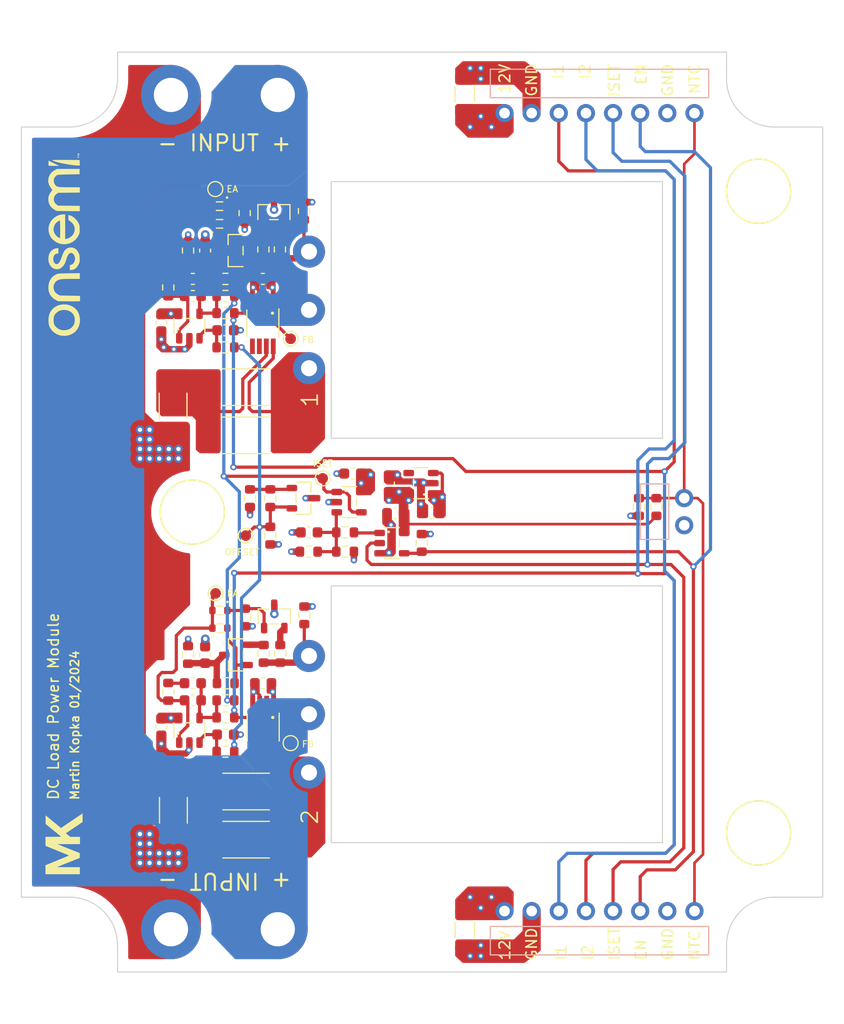
<source format=kicad_pcb>
(kicad_pcb (version 20211014) (generator pcbnew)
  (layers (0 "F.Cu" signal) (1 "In1.Cu" signal) (2 "In2.Cu" signal) (31 "B.Cu" signal) (34 "B.Paste" user) (35 "F.Paste" user) (36 "B.SilkS" user "B.Silkscreen") (37 "F.SilkS" user "F.Silkscreen") (38 "B.Mask" user) (39 "F.Mask" user) (44 "Edge.Cuts" user))
  (net 0 "")
  (net 1 "/2. Current Sink 1/EA+")
  (net 2 "/ISET_FILT")
  (net 3 "/2. Current Sink 1/EA_FB")
  (net 4 "/2. Current Sink 1/EA_OUT")
  (net 5 "+5V")
  (net 6 "+12V")
  (net 7 "/2. Current Sink 1/DRV_VCC")
  (net 8 "Net-(C204-Pad2)")
  (net 9 "/3. Current Sink 2/EA+")
  (net 10 "/3. Current Sink 2/EA_FB")
  (net 11 "/3. Current Sink 2/EA_OUT")
  (net 12 "Net-(C304-Pad2)")
  (net 13 "/2. Current Sink 1/SOURCE-F")
  (net 14 "Net-(D200-Pad2)")
  (net 15 "/3. Current Sink 2/SOURCE-F")
  (net 16 "Net-(R101-Pad2)")
  (net 17 "/2. Current Sink 1/GATE")
  (net 18 "/3. Current Sink 2/DRV_VCC")
  (net 19 "IN+")
  (net 20 "EA_OFFSET")
  (net 21 "Net-(R104-Pad1)")
  (net 22 "Net-(D201-Pad1)")
  (net 23 "/EN")
  (net 25 "/NTC")
  (net 26 "Net-(D300-Pad2)")
  (net 27 "Net-(D301-Pad1)")
  (net 28 "/3. Current Sink 2/GATE")
  (net 29 "/3. Current Sink 2/SOURCE")
  (net 34 "/2. Current Sink 1/DRV_OUT_U")
  (net 35 "/ISET")
  (net 36 "/ISEN2")
  (net 37 "/ISEN1")
  (net 38 "/2. Current Sink 1/DRV_OUT_L")
  (net 39 "/ISET_BUF")
  (net 40 "/2. Current Sink 1/SOURCE")
  (net 41 "GND")
  (net 42 "/3. Current Sink 2/DRV_OUT_U")
  (net 43 "/3. Current Sink 2/DRV_OUT_L")
  (footprint "w-transistor:TO264" (layer "F.Cu") (at 126.92 81.55 90)
    (fp_text reference "Q200" hide)
    (fp_text value "IXTK200N10L2" hide)
  )
  (footprint "w-ic:SOT-23-5L" (layer "F.Cu") (at 115.725 77.6 90)
    (fp_text reference "U200" hide)
    (fp_text value "NCS20231" hide)
  )
  (footprint "Resistor_SMD:R_0603_1608Metric" (layer "F.Cu") (at 123.3 97.2 -90)
    (fp_text reference "R100" hide)
    (fp_text value "16k" hide)
  )
  (footprint "Resistor_SMD:R_0603_1608Metric" (layer "F.Cu") (at 119.1 112.6)
    (fp_text reference "R306" hide)
    (fp_text value "10k" hide)
  )
  (footprint "Resistor_SMD:R_0603_1608Metric" (layer "F.Cu") (at 126.48 104.65 -90)
    (fp_text reference "R302" hide)
    (fp_text value "100k" hide)
  )
  (footprint "Resistor_SMD:R_0603_1608Metric" (layer "F.Cu") (at 113.75 111.8 -90)
    (fp_text reference "R308" hide)
    (fp_text value "1k" hide)
  )
  (footprint "Resistor_SMD:R_0603_1608Metric" (layer "F.Cu") (at 126.9 98.7)
    (fp_text reference "R105" hide)
    (fp_text value "130k" hide)
  )
  (footprint "Resistor_SMD:R_0603_1608Metric" (layer "F.Cu") (at 124.2 70.45 -90)
    (fp_text reference "R201" hide)
    (fp_text value "4R7" hide)
  )
  (footprint "TestPoint:TestPoint_Pad_D1.0mm" (layer "F.Cu") (at 121 97.2)
    (fp_text reference "TP100" hide)
    (fp_text value "TestPoint" hide)
  )
  (footprint "Resistor_SMD:R_0603_1608Metric" (layer "F.Cu") (at 130.3 98.7)
    (fp_text reference "R106" hide)
    (fp_text value "100k" hide)
  )
  (footprint "Resistor_SMD:R_0603_1608Metric" (layer "F.Cu") (at 122.65 70.45 -90)
    (fp_text reference "R200" hide)
    (fp_text value "4R7" hide)
  )
  (footprint "w-ic:VSSOP-8_3x3mm_P0.65mm" (layer "F.Cu") (at 122.6 77.3 -90)
    (fp_text reference "U201" hide)
    (fp_text value "INA310A2" hide)
  )
  (footprint "Resistor_SMD:R_0603_1608Metric" (layer "F.Cu") (at 120.93 104.85 90)
    (fp_text reference "R311" hide)
    (fp_text value "1k" hide)
  )
  (footprint "TestPoint:TestPoint_Pad_D1.0mm" (layer "F.Cu") (at 118.18 102.6)
    (fp_text reference "TP301" hide)
    (fp_text value "TestPoint" hide)
  )
  (footprint "Capacitor_SMD:C_0603_1608Metric" (layer "F.Cu") (at 138.4 95.1)
    (fp_text reference "C102" hide)
    (fp_text value "1u" hide)
  )
  (footprint "TestPoint:TestPoint_Pad_D1.0mm" (layer "F.Cu") (at 125.2 116.6)
    (fp_text reference "TP300" hide)
    (fp_text value "TestPoint" hide)
  )
  (footprint "Resistor_SMD:R_0603_1608Metric" (layer "F.Cu") (at 119.1 73.2 180)
    (fp_text reference "R210" hide)
    (fp_text value "2k2" hide)
  )
  (footprint "Capacitor_SMD:C_0603_1608Metric" (layer "F.Cu") (at 117.2 108.35 -90)
    (fp_text reference "C305" hide)
    (fp_text value "1u" hide)
  )
  (footprint "Resistor_SMD:R_0603_1608Metric" (layer "F.Cu") (at 126.45 66.85 -90)
    (fp_text reference "R202" hide)
    (fp_text value "100k" hide)
  )
  (footprint "w-diode:SOD-523" (layer "F.Cu") (at 118.58 105.85)
    (fp_text reference "D300" hide)
    (fp_text value "1N4448WT" hide)
  )
  (footprint "Resistor_SMD:R_0603_1608Metric" (layer "F.Cu") (at 119.1 114.2 180)
    (fp_text reference "R305" hide)
    (fp_text value "10k" hide)
  )
  (footprint "Capacitor_SMD:C_0603_1608Metric" (layer "F.Cu") (at 116.05 74.8 180)
    (fp_text reference "C203" hide)
    (fp_text value "820p" hide)
  )
  (footprint "w-ic:SOT-23" (layer "F.Cu") (at 123.6675 104.75625 90)
    (fp_text reference "Q302" hide)
    (fp_text value "NSS20200LT1G" hide)
  )
  (footprint "Capacitor_SMD:C_0603_1608Metric" (layer "F.Cu") (at 119.1 115.8 180)
    (fp_text reference "C302" hide)
    (fp_text value "100n" hide)
  )
  (footprint "Resistor_SMD:R_2512_6332Metric" (layer "F.Cu") (at 121.03 125.625 180)
    (fp_text reference "R304" hide)
    (fp_text value "0R018" hide)
  )
  (footprint "Capacitor_SMD:C_1206_3216Metric" (layer "F.Cu") (at 141.5 55.95 -90)
    (fp_text reference "C100" hide)
    (fp_text value "10u" hide)
  )
  (footprint "Capacitor_SMD:C_0603_1608Metric" (layer "F.Cu") (at 126.94 96.9)
    (fp_text reference "C105" hide)
    (fp_text value "4n7" hide)
  )
  (footprint "Resistor_SMD:R_0603_1608Metric" (layer "F.Cu") (at 120.9 67.05 90)
    (fp_text reference "R211" hide)
    (fp_text value "1k" hide)
  )
  (footprint "Capacitor_SMD:C_0603_1608Metric" (layer "F.Cu") (at 116.05 111 180)
    (fp_text reference "C304" hide)
    (fp_text value "100p" hide)
  )
  (footprint "w-ic:VSSOP-8_3x3mm_P0.65mm" (layer "F.Cu") (at 122.63 115.1 -90)
    (fp_text reference "U301" hide)
    (fp_text value "INA310A2" hide)
  )
  (footprint "Capacitor_SMD:C_0603_1608Metric" (layer "F.Cu") (at 134.4 92.325 -90)
    (fp_text reference "C103" hide)
    (fp_text value "1u" hide)
  )
  (footprint "Resistor_SMD:R_0603_1608Metric" (layer "F.Cu") (at 119.1 117.4)
    (fp_text reference "R307" hide)
    (fp_text value "10k" hide)
  )
  (footprint "Capacitor_SMD:C_0603_1608Metric" (layer "F.Cu") (at 116.05 73.2 180)
    (fp_text reference "C204" hide)
    (fp_text value "100p" hide)
  )
  (footprint "Capacitor_SMD:C_0603_1608Metric" (layer "F.Cu") (at 113.1 115.1 90)
    (fp_text reference "C300" hide)
    (fp_text value "100n" hide)
  )
  (footprint "TestPoint:TestPoint_Pad_D1.0mm" (layer "F.Cu") (at 125.2 78.8)
    (fp_text reference "TP200" hide)
    (fp_text value "TestPoint" hide)
  )
  (footprint "Resistor_SMD:R_0603_1608Metric" (layer "F.Cu") (at 119.1 76.4 180)
    (fp_text reference "R205" hide)
    (fp_text value "10k" hide)
  )
  (footprint "Capacitor_SMD:C_0603_1608Metric" (layer "F.Cu") (at 122.63 111)
    (fp_text reference "C301" hide)
    (fp_text value "100n" hide)
  )
  (footprint "w-ic:SOT-23-5L" (layer "F.Cu") (at 115.725 115.4 90)
    (fp_text reference "U300" hide)
    (fp_text value "NCS20231" hide)
  )
  (footprint "w-ic:SOT-23-5L" (layer "F.Cu") (at 130.67 94.07)
    (fp_text reference "U103" hide)
    (fp_text value "NCS20231" hide)
  )
  (footprint "MountingHole:MountingHole_3.2mm_M3_DIN965_Pad" (layer "F.Cu") (at 124 134)
    (fp_text reference "H105" hide)
    (fp_text value "MountingHole_Pad" hide)
  )
  (footprint "Resistor_SMD:R_0603_1608Metric" (layer "F.Cu") (at 159.4375 94.525 90)
    (fp_text reference "R107" hide)
    (fp_text value "2k2" hide)
  )
  (footprint "Capacitor_SMD:C_0603_1608Metric" (layer "F.Cu") (at 135 95.1)
    (fp_text reference "C104" hide)
    (fp_text value "100n" hide)
  )
  (footprint "Resistor_SMD:R_0603_1608Metric" (layer "F.Cu") (at 123.3 93.7 90)
    (fp_text reference "R101" hide)
    (fp_text value "15k" hide)
  )
  (footprint "Capacitor_SMD:C_0603_1608Metric" (layer "F.Cu") (at 131 91.4)
    (fp_text reference "C106" hide)
    (fp_text value "100n" hide)
  )
  (footprint "Resistor_SMD:R_0603_1608Metric" (layer "F.Cu") (at 119.13 111 180)
    (fp_text reference "R310" hide)
    (fp_text value "2k2" hide)
  )
  (footprint "MountingHole:MountingHole_3.2mm_M3_DIN965_Pad" (layer "F.Cu") (at 114 134)
    (fp_text reference "H106" hide)
    (fp_text value "MountingHole_Pad" hide)
  )
  (footprint "w-diode:SOD-523" (layer "F.Cu") (at 118.55 66.3975 180)
    (fp_text reference "D201" hide)
    (fp_text value "1N4448WT" hide)
  )
  (footprint "LOGO" (layer "F.Cu") (at 104 126 90)
    (fp_text reference "G***" hide)
    (fp_text value "LOGO" hide)
  )
  (footprint "MountingHole:MountingHole_3.2mm_M3" (layer "F.Cu") (at 169 125)
    (fp_text reference "H100" hide)
    (fp_text value "M3" hide)
  )
  (footprint "w-ic:SOT-23-5L" (layer "F.Cu") (at 134.68 97.9)
    (fp_text reference "U102" hide)
    (fp_text value "TMUX1101" hide)
  )
  (footprint "w-fuse:2410" (layer "F.Cu") (at 114.23 122.88 -90)
    (fp_text reference "F300" hide)
    (fp_text value "15A" hide)
  )
  (footprint "w-ic:SOT-23" (layer "F.Cu") (at 120.05 70.55 180)
    (fp_text reference "Q201" hide)
    (fp_text value "NSS30101LT1G" hide)
  )
  (footprint "Capacitor_SMD:C_0603_1608Metric" (layer "F.Cu") (at 113.1 77.3 90)
    (fp_text reference "C200" hide)
    (fp_text value "100n" hide)
  )
  (footprint "Resistor_SMD:R_0603_1608Metric" (layer "F.Cu") (at 115.6 70.55 90)
    (fp_text reference "R209" hide)
    (fp_text value "10R" hide)
  )
  (footprint "MountingHole:MountingHole_3.2mm_M3" (layer "F.Cu") (at 116 95)
    (fp_text reference "H102" hide)
    (fp_text value "M3" hide)
  )
  (footprint "Resistor_SMD:R_0603_1608Metric" (layer "F.Cu") (at 115.6 108.35 90)
    (fp_text reference "R309" hide)
    (fp_text value "10R" hide)
  )
  (footprint "Resistor_SMD:R_0603_1608Metric" (layer "F.Cu") (at 119.1 79.6)
    (fp_text reference "R207" hide)
    (fp_text value "10k" hide)
  )
  (footprint "TestPoint:TestPoint_Pad_D1.0mm" (layer "F.Cu") (at 128.2 91.85)
    (fp_text reference "TP101" hide)
    (fp_text value "TestPoint" hide)
  )
  (footprint "w-fuse:2410" (layer "F.Cu") (at 114.2 85.08 -90)
    (fp_text reference "F200" hide)
    (fp_text value "15A" hide)
  )
  (footprint "Capacitor_SMD:C_1206_3216Metric" (layer "F.Cu") (at 141.5 134.05 90)
    (fp_text reference "C101" hide)
    (fp_text value "10u" hide)
  )
  (footprint "Resistor_SMD:R_0603_1608Metric" (layer "F.Cu") (at 119.1 74.8)
    (fp_text reference "R206" hide)
    (fp_text value "10k" hide)
  )
  (footprint "Resistor_SMD:R_0603_1608Metric" (layer "F.Cu") (at 113.75 74 -90)
    (fp_text reference "R208" hide)
    (fp_text value "1k" hide)
  )
  (footprint "Capacitor_SMD:C_0603_1608Metric" (layer "F.Cu") (at 116.05 112.6 180)
    (fp_text reference "C303" hide)
    (fp_text value "820p" hide)
  )
  (footprint "Resistor_SMD:R_0603_1608Metric" (layer "F.Cu") (at 124.23 108.25 -90)
    (fp_text reference "R301" hide)
    (fp_text value "4R7" hide)
  )
  (footprint "Resistor_SMD:R_0603_1608Metric" (layer "F.Cu") (at 121.4 93.7 -90)
    (fp_text reference "R102" hide)
    (fp_text value "16k" hide)
  )
  (footprint "Capacitor_SMD:C_0603_1608Metric" (layer "F.Cu") (at 119.1 78 180)
    (fp_text reference "C202" hide)
    (fp_text value "100n" hide)
  )
  (footprint "MountingHole:MountingHole_3.2mm_M3_DIN965_Pad" (layer "F.Cu") (at 114 56)
    (fp_text reference "H104" hide)
    (fp_text value "MountingHole_Pad" hide)
  )
  (footprint "Resistor_SMD:R_2512_6332Metric" (layer "F.Cu") (at 121 87.825 180)
    (fp_text reference "R204" hide)
    (fp_text value "0R018" hide)
  )
  (footprint "w-ic:SOT-23" (layer "F.Cu") (at 120.08 108.35 180)
    (fp_text reference "Q301" hide)
    (fp_text value "NSS30101LT1G" hide)
  )
  (footprint "Resistor_SMD:R_0603_1608Metric" (layer "F.Cu") (at 122.68 108.25 -90)
    (fp_text reference "R300" hide)
    (fp_text value "4R7" hide)
  )
  (footprint "Capacitor_SMD:C_0603_1608Metric" (layer "F.Cu") (at 117.2 70.55 -90)
    (fp_text reference "C205" hide)
    (fp_text value "1u" hide)
  )
  (footprint "w-ic:SOT-23-5L" (layer "F.Cu") (at 137.4 92.3 180)
    (fp_text reference "U100" hide)
    (fp_text value "NCP718BSN500" hide)
  )
  (footprint "Resistor_SMD:R_2512_6332Metric" (layer "F.Cu") (at 121.03 121.125 180)
    (fp_text reference "R303" hide)
    (fp_text value "0R018" hide)
  )
  (footprint "w-diode:SOD-523" (layer "F.Cu") (at 118.58 104.1975 180)
    (fp_text reference "D301" hide)
    (fp_text value "1N4448WT" hide)
  )
  (footprint "Resistor_SMD:R_0603_1608Metric" (layer "F.Cu") (at 137.47 97.88 90)
    (fp_text reference "R103" hide)
    (fp_text value "10k" hide)
  )
  (footprint "Resistor_SMD:R_0603_1608Metric" (layer "F.Cu") (at 130.3 96.9 180)
    (fp_text reference "R104" hide)
    (fp_text value "10R" hide)
  )
  (footprint "Resistor_SMD:R_0603_1608Metric" (layer "F.Cu") (at 157.8 94.525 -90)
    (fp_text reference "R108" hide)
    (fp_text value "4k7" hide)
  )
  (footprint "w-transistor:TO264" (layer "F.Cu") (at 126.92 119.35 90)
    (fp_text reference "Q300" hide)
    (fp_text value "IXTK200N10L2" hide)
  )
  (footprint "w-ic:SOT-23" (layer "F.Cu") (at 126.4 93.7)
    (fp_text reference "U101" hide)
    (fp_text value "TLV431C" hide)
  )
  (footprint "w-ic:SOT-23" (layer "F.Cu") (at 123.6375 66.95625 90)
    (fp_text reference "Q202" hide)
    (fp_text value "NSS20200LT1G" hide)
  )
  (footprint "LOGO" (layer "F.Cu") (at 104 70 90)
    (fp_text reference "G***" hide)
    (fp_text value "LOGO" hide)
  )
  (footprint "Capacitor_SMD:C_0603_1608Metric" (layer "F.Cu") (at 122.6 73.2)
    (fp_text reference "C201" hide)
    (fp_text value "100n" hide)
  )
  (footprint "TestPoint:TestPoint_Pad_D1.0mm" (layer "F.Cu") (at 118.15 64.8)
    (fp_text reference "TP201" hide)
    (fp_text value "TestPoint" hide)
  )
  (footprint "Resistor_SMD:R_2512_6332Metric" (layer "F.Cu") (at 121 83.325 180)
    (fp_text reference "R203" hide)
    (fp_text value "0R018" hide)
  )
  (footprint "MountingHole:MountingHole_3.2mm_M3" (layer "F.Cu") (at 169 65)
    (fp_text reference "H101" hide)
    (fp_text value "M3" hide)
  )
  (footprint "w-diode:SOD-523" (layer "F.Cu") (at 118.55 68.05)
    (fp_text reference "D200" hide)
    (fp_text value "1N4448WT" hide)
  )
  (footprint "MountingHole:MountingHole_3.2mm_M3_DIN965_Pad" (layer "F.Cu") (at 124 56)
    (fp_text reference "H103" hide)
    (fp_text value "MountingHole_Pad" hide)
  )
  (footprint "Connector_PinHeader_2.54mm:PinHeader_1x02_P2.54mm_Horizontal" (layer "B.Cu") (at 162.0375 93.6925 180)
    (fp_text reference "J103" hide)
    (fp_text value "Conn_01x02_Male" hide)
  )
  (footprint "Connector_PinHeader_2.54mm:PinHeader_1x08_P2.54mm_Horizontal" (layer "B.Cu") (at 163 57.7 90)
    (fp_text reference "J100" hide)
    (fp_text value "Conn_01x08_Male" hide)
  )
  (footprint "Connector_PinHeader_2.54mm:PinHeader_1x08_P2.54mm_Horizontal" (layer "B.Cu") (at 145.22 132.3 -90)
    (fp_text reference "J101" hide)
    (fp_text value "Conn_01x08_Male" hide)
  )
  (gr_circle (center 169 125) (end 172 125) (layer "F.SilkS") (width 0.15) (fill none))
  (gr_circle (center 116 95) (end 119 95) (layer "F.SilkS") (width 0.15) (fill none))
  (gr_circle (center 169 65) (end 172 65) (layer "F.SilkS") (width 0.15) (fill none))
  (gr_line (start 160 125.9) (end 129 125.9) (layer "Edge.Cuts") (width 0.1))
  (gr_line (start 160 64.1) (end 129 64.1) (layer "Edge.Cuts") (width 0.1))
  (gr_arc (start 166 135.5) (mid 167.318019 132.318019) (end 170.5 131) (layer "Edge.Cuts") (width 0.1))
  (gr_line (start 100 59) (end 104.5 59) (layer "Edge.Cuts") (width 0.1))
  (gr_line (start 100 131) (end 100 59) (layer "Edge.Cuts") (width 0.1))
  (gr_line (start 166 138) (end 166 135.5) (layer "Edge.Cuts") (width 0.1))
  (gr_line (start 175 131) (end 170.5 131) (layer "Edge.Cuts") (width 0.1))
  (gr_line (start 175 59) (end 170.5 59) (layer "Edge.Cuts") (width 0.1))
  (gr_line (start 166 138) (end 109 138) (layer "Edge.Cuts") (width 0.1))
  (gr_line (start 100 131) (end 104.5 131) (layer "Edge.Cuts") (width 0.1))
  (gr_line (start 166 52) (end 166 54.5) (layer "Edge.Cuts") (width 0.1))
  (gr_line (start 160 101.9) (end 160 125.9) (layer "Edge.Cuts") (width 0.1))
  (gr_line (start 160 88.1) (end 160 64.1) (layer "Edge.Cuts") (width 0.1))
  (gr_line (start 109 52) (end 109 54.5) (layer "Edge.Cuts") (width 0.1))
  (gr_line (start 109 138) (end 109 135.5) (layer "Edge.Cuts") (width 0.1))
  (gr_arc (start 104.5 131) (mid 107.681981 132.318019) (end 109 135.5) (layer "Edge.Cuts") (width 0.1))
  (gr_arc (start 109 54.5) (mid 107.681981 57.681981) (end 104.5 59) (layer "Edge.Cuts") (width 0.1))
  (gr_line (start 129 64.1) (end 129 88.1) (layer "Edge.Cuts") (width 0.1))
  (gr_line (start 109 52) (end 166 52) (layer "Edge.Cuts") (width 0.1))
  (gr_line (start 175 59) (end 175 131) (layer "Edge.Cuts") (width 0.1))
  (gr_line (start 129 125.9) (end 129 101.9) (layer "Edge.Cuts") (width 0.1))
  (gr_line (start 129 101.9) (end 160 101.9) (layer "Edge.Cuts") (width 0.1))
  (gr_arc (start 170.5 59) (mid 167.318019 57.681981) (end 166 54.5) (layer "Edge.Cuts") (width 0.1))
  (gr_line (start 129 88.1) (end 160 88.1) (layer "Edge.Cuts") (width 0.1))
  (gr_text "GND" (at 160.5 53 90) (layer "F.SilkS") (effects (font (size 1 1)) (justify right)))
  (gr_text "GND" (at 147.75 137 90) (layer "F.SilkS") (effects (font (size 1 1)) (justify left)))
  (gr_text "I2" (at 153 137 90) (layer "F.SilkS") (effects (font (size 1 1)) (justify left)))
  (gr_text "ISET" (at 128.2 90.45) (layer "F.SilkS") (effects (font (size 0.6 0.6) (thickness 0.1))))
  (gr_text "ISET" (at 155.5 137 90) (layer "F.SilkS") (effects (font (size 1 1)) (justify left)))
  (gr_text "NTC" (at 163 137 90) (layer "F.SilkS") (effects (font (size 1 1)) (justify left)))
  (gr_text "EA" (at 119.18 102.6) (layer "F.SilkS") (effects (font (size 0.6 0.6) (thickness 0.1)) (justify left)))
  (gr_text "EN" (at 158 137 90) (layer "F.SilkS") (effects (font (size 1 1)) (justify left)))
  (gr_text "FB" (at 126.2 116.7) (layer "F.SilkS") (effects (font (size 0.6 0.6) (thickness 0.1)) (justify left)))
  (gr_text "1" (at 127 84.5 90) (layer "F.SilkS") (effects (font (size 1.5 1.5))))
  (gr_text "GND" (at 160.5 137 90) (layer "F.SilkS") (effects (font (size 1 1)) (justify left)))
  (gr_text "ISET" (at 155.5 53 90) (layer "F.SilkS") (effects (font (size 1 1)) (justify right)))
  (gr_text "I2" (at 152.75 53 90) (layer "F.SilkS") (effects (font (size 1 1)) (justify right)))
  (gr_text "I1" (at 150.25 53 90) (layer "F.SilkS") (effects (font (size 1 1)) (justify right)))
  (gr_text "NTC" (at 163 53 90) (layer "F.SilkS") (effects (font (size 1 1)) (justify right)))
  (gr_text "2" (at 127 123.5 90) (layer "F.SilkS") (effects (font (size 1.5 1.5))))
  (gr_text "12V" (at 145.25 137 90) (layer "F.SilkS") (effects (font (size 1 1)) (justify left)))
  (gr_text "- INPUT +" (at 119 60.5) (layer "F.SilkS") (effects (font (size 1.5 1.5) (thickness 0.2))))
  (gr_text "I1" (at 150.5 137 90) (layer "F.SilkS") (effects (font (size 1 1)) (justify left)))
  (gr_text "EN" (at 158 53 90) (layer "F.SilkS") (effects (font (size 1 1)) (justify right)))
  (gr_text "EA" (at 119.15 64.8) (layer "F.SilkS") (effects (font (size 0.6 0.6) (thickness 0.1)) (justify left)))
  (gr_text "OFFSET" (at 122.35 98.75) (layer "F.SilkS") (effects (font (size 0.6 0.6) (thickness 0.1)) (justify right)))
  (gr_text "12V" (at 145.25 53 90) (layer "F.SilkS") (effects (font (size 1 1)) (justify right)))
  (gr_text "FB" (at 126.2 78.9) (layer "F.SilkS") (effects (font (size 0.6 0.6) (thickness 0.1)) (justify left)))
  (gr_text "GND" (at 147.75 53 90) (layer "F.SilkS") (effects (font (size 1 1)) (justify right)))
  (gr_text "DC Load Power Module" (at 103 122 90) (layer "F.SilkS") (effects (font (size 1 1)) (justify left)))
  (gr_text "Martin Kopka 01/2024" (at 105 122 90) (layer "F.SilkS") (effects (font (size 0.8 0.8)) (justify left)))
  (gr_text "+ INPUT -\n" (at 119 129.5 180) (layer "F.SilkS") (effects (font (size 1.5 1.5) (thickness 0.2))))
  (segment (start 118.275 79.6) (end 118.275 78.05) (width 0.3) (layer "F.Cu") (net 1))
  (segment (start 118.275 78.05) (end 118.325 78) (width 0.3) (layer "F.Cu") (net 1))
  (segment (start 118.325 78) (end 117.2 78) (width 0.3) (layer "F.Cu") (net 1))
  (segment (start 117.2 78) (end 116.675 78.525) (width 0.3) (layer "F.Cu") (net 1))
  (segment (start 116.675 78.525) (end 116.675 78.75) (width 0.3) (layer "F.Cu") (net 1))
  (segment (start 129.475 98.7) (end 129.475 96.9) (width 0.3) (layer "F.Cu") (net 2))
  (segment (start 129.475 96.9) (end 129.475 95.065) (width 0.3) (layer "F.Cu") (net 2))
  (segment (start 127.715 98.7) (end 129.495 98.7) (width 0.3) (layer "F.Cu") (net 2))
  (segment (start 129.475 95.065) (end 129.52 95.02) (width 0.3) (layer "F.Cu") (net 2))
  (segment (start 127.765 96.9) (end 129.475 96.9) (width 0.3) (layer "F.Cu") (net 2))
  (segment (start 118.275 76.4) (end 116.725 76.4) (width 0.3) (layer "F.Cu") (net 3))
  (segment (start 116.675 76.45) (end 116.675 74.95) (width 0.3) (layer "F.Cu") (net 3))
  (segment (start 116.825 73.2) (end 116.825 74.8) (width 0.3) (layer "F.Cu") (net 3))
  (segment (start 118.275 74.8) (end 118.275 76.4) (width 0.3) (layer "F.Cu") (net 3))
  (segment (start 116.675 74.95) (end 116.825 74.8) (width 0.3) (layer "F.Cu") (net 3))
  (segment (start 116.725 76.4) (end 116.675 76.45) (width 0.3) (layer "F.Cu") (net 3))
  (segment (start 113.75 74.825) (end 115.25 74.825) (width 0.3) (layer "F.Cu") (net 4))
  (segment (start 113.75 74.825) (end 113.125 74.825) (width 0.3) (layer "F.Cu") (net 4))
  (segment (start 113.125 74.825) (end 112.8 74.5) (width 0.3) (layer "F.Cu") (net 4))
  (segment (start 114.775 78.75) (end 114.775 77.975) (width 0.3) (layer "F.Cu") (net 4))
  (segment (start 115.2 68.05) (end 117.85 68.05) (width 0.3) (layer "F.Cu") (net 4))
  (segment (start 115.25 74.825) (end 115.275 74.8) (width 0.3) (layer "F.Cu") (net 4))
  (segment (start 113.15 72.2) (end 114.2 72.2) (width 0.3) (layer "F.Cu") (net 4))
  (segment (start 114.2 72.2) (end 114.5 71.9) (width 0.3) (layer "F.Cu") (net 4))
  (segment (start 114.5 71.9) (end 114.5 68.75) (width 0.3) (layer "F.Cu") (net 4))
  (segment (start 112.8 72.55) (end 113.15 72.2) (width 0.3) (layer "F.Cu") (net 4))
  (segment (start 112.8 74.5) (end 112.8 72.55) (width 0.3) (layer "F.Cu") (net 4))
  (segment (start 117.85 66.3975) (end 117.85 64.95) (width 0.3) (layer "F.Cu") (net 4))
  (segment (start 115.575 77.175) (end 115.575 75.1) (width 0.3) (layer "F.Cu") (net 4))
  (segment (start 117.85 68.05) (end 117.85 66.3975) (width 0.3) (layer "F.Cu") (net 4))
  (segment (start 115.575 75.1) (end 115.275 74.8) (width 0.3) (layer "F.Cu") (net 4))
  (segment (start 114.775 77.975) (end 115.575 77.175) (width 0.3) (layer "F.Cu") (net 4))
  (segment (start 114.5 68.75) (end 115.2 68.05) (width 0.3) (layer "F.Cu") (net 4))
  (segment (start 117.85 64.95) (end 117.9 64.9) (width 0.3) (layer "F.Cu") (net 4))
  (segment (start 135.825 96.945) (end 135.83 96.95) (width 0.25) (layer "F.Cu") (net 5))
  (segment (start 159.3825 95.4175) (end 158.675 96.125) (width 0.25) (layer "F.Cu") (net 5))
  (segment (start 159.4375 95.4175) (end 159.3825 95.4175) (width 0.25) (layer "F.Cu") (net 5))
  (segment (start 135.825 96.125) (end 135.825 96.945) (width 0.25) (layer "F.Cu") (net 5))
  (segment (start 135.775 95.1) (end 135.775 93.725) (width 0.9) (layer "F.Cu") (net 5))
  (segment (start 135.775 93.725) (end 136.25 93.25) (width 0.5) (layer "F.Cu") (net 5))
  (segment (start 158.675 96.125) (end 135.825 96.125) (width 0.25) (layer "F.Cu") (net 5))
  (via (at 136.25 93.9) (size 0.6) (drill 0.3) (layers "F.Cu" "B.Cu") (net 5))
  (via (at 135.35 93.1) (size 0.6) (drill 0.3) (layers "F.Cu" "B.Cu") (net 5))
  (via (at 123.53 111.8) (size 0.6) (drill 0.3) (layers "F.Cu" "B.Cu") (net 5))
  (via (at 123.5 74) (size 0.6) (drill 0.3) (layers "F.Cu" "B.Cu") (net 5))
  (via (at 134.4 93.9) (size 0.6) (drill 0.3) (layers "F.Cu" "B.Cu") (net 5))
  (segment (start 115.6125 69.7125) (end 115.6 69.725) (width 0.6) (layer "F.Cu") (net 6))
  (segment (start 124.09 98.02) (end 124.085 98.025) (width 0.6) (layer "F.Cu") (net 6))
  (segment (start 115.6125 69.05) (end 115.6125 69.7125) (width 0.6) (layer "F.Cu") (net 6))
  (segment (start 124.085 98.025) (end 123.3 98.025) (width 0.6) (layer "F.Cu") (net 6))
  (segment (start 115.6125 106.85) (end 115.6125 107.5125) (width 0.6) (layer "F.Cu") (net 6))
  (segment (start 126.075 98.7) (end 125.26 98.7) (width 0.6) (layer "F.Cu") (net 6))
  (segment (start 139.25 91.35) (end 139.4 91.5) (width 0.3) (layer "F.Cu") (net 6))
  (segment (start 115.6125 107.5125) (end 115.6 107.525) (width 0.6) (layer "F.Cu") (net 6))
  (segment (start 138.55 91.35) (end 139.25 91.35) (width 0.3) (layer "F.Cu") (net 6))
  (segment (start 139.4 91.5) (end 139.4 93.6) (width 0.3) (layer "F.Cu") (net 6))
  (via (at 114 76.45) (size 0.6) (drill 0.3) (layers "F.Cu" "B.Cu") (net 6))
  (via (at 143 132) (size 0.6) (drill 0.3) (layers "F.Cu" "B.Cu") (net 6))
  (via (at 132.7 91.5) (size 0.6) (drill 0.3) (layers "F.Cu" "B.Cu") (net 6))
  (via (at 124.09 98.02) (size 0.6) (drill 0.3) (layers "F.Cu" "B.Cu") (net 6))
  (via (at 142 59) (size 0.6) (drill 0.3) (layers "F.Cu" "B.Cu") (net 6))
  (via (at 115.6125 106.85) (size 0.6) (drill 0.3) (layers "F.Cu" "B.Cu") (net 6))
  (via (at 114 114.25) (size 0.6) (drill 0.3) (layers "F.Cu" "B.Cu") (net 6))
  (via (at 143 58) (size 0.6) (drill 0.3) (layers "F.Cu" "B.Cu") (net 6))
  (via (at 131.8 92.3) (size 0.6) (drill 0.3) (layers "F.Cu" "B.Cu") (net 6))
  (via (at 144 59) (size 0.6) (drill 0.3) (layers "F.Cu" "B.Cu") (net 6))
  (via (at 142 131) (size 0.6) (drill 0.3) (layers "F.Cu" "B.Cu") (net 6))
  (via (at 125.26 98.7) (size 0.6) (drill 0.3) (layers "F.Cu" "B.Cu") (net 6))
  (via (at 139.4 93.6) (size 0.6) (drill 0.3) (layers "F.Cu" "B.Cu") (net 6))
  (via (at 138.6 93.9) (size 0.6) (drill 0.3) (layers "F.Cu" "B.Cu") (net 6))
  (via (at 144 131) (size 0.6) (drill 0.3) (layers "F.Cu" "B.Cu") (net 6))
  (via (at 115.6125 69.05) (size 0.6) (drill 0.3) (layers "F.Cu" "B.Cu") (net 6))
  (segment (start 118.1875 71.325) (end 118.2875 71.225) (width 0.6) (layer "F.Cu") (net 7))
  (segment (start 115.65 71.325) (end 115.6 71.375) (width 0.6) (layer "F.Cu") (net 7))
  (segment (start 117.2 71.325) (end 115.65 71.325) (width 0.6) (layer "F.Cu") (net 7))
  (segment (start 118.2875 71.225) (end 118.2875 73.1875) (width 0.6) (layer "F.Cu") (net 7))
  (segment (start 117.2 71.325) (end 118.1875 71.325) (width 0.6) (layer "F.Cu") (net 7))
  (segment (start 118.2875 71.225) (end 118.9625 70.55) (width 0.6) (layer "F.Cu") (net 7))
  (segment (start 115.275 73.2) (end 113.775 73.2) (width 0.3) (layer "F.Cu") (net 8))
  (segment (start 113.775 73.2) (end 113.75 73.175) (width 0.3) (layer "F.Cu") (net 8))
  (segment (start 118.325 115.8) (end 117.2 115.8) (width 0.3) (layer "F.Cu") (net 9))
  (segment (start 118.275 117.4) (end 118.275 115.85) (width 0.3) (layer "F.Cu") (net 9))
  (segment (start 117.2 115.8) (end 116.675 116.325) (width 0.3) (layer "F.Cu") (net 9))
  (segment (start 118.275 115.85) (end 118.325 115.8) (width 0.3) (layer "F.Cu") (net 9))
  (segment (start 116.675 116.325) (end 116.675 116.55) (width 0.3) (layer "F.Cu") (net 9))
  (segment (start 116.825 111) (end 116.825 112.6) (width 0.3) (layer "F.Cu") (net 10))
  (segment (start 116.675 112.75) (end 116.825 112.6) (width 0.3) (layer "F.Cu") (net 10))
  (segment (start 118.275 112.6) (end 118.275 114.2) (width 0.3) (layer "F.Cu") (net 10))
  (segment (start 116.725 114.2) (end 116.675 114.25) (width 0.3) (layer "F.Cu") (net 10))
  (segment (start 118.275 114.2) (end 116.725 114.2) (width 0.3) (layer "F.Cu") (net 10))
  (segment (start 116.675 114.25) (end 116.675 112.75) (width 0.3) (layer "F.Cu") (net 10))
  (segment (start 115.25 112.625) (end 115.275 112.6) (width 0.3) (layer "F.Cu") (net 11))
  (segment (start 117.88 102.75) (end 117.93 102.7) (width 0.3) (layer "F.Cu") (net 11))
  (segment (start 113.15 110) (end 114.2 110) (width 0.3) (layer "F.Cu") (net 11))
  (segment (start 113.125 112.625) (end 112.8 112.3) (width 0.3) (layer "F.Cu") (net 11))
  (segment (start 117.88 105.85) (end 117.88 104.1975) (width 0.3) (layer "F.Cu") (net 11))
  (segment (start 114.2 110) (end 114.5 109.7) (width 0.3) (layer "F.Cu") (net 11))
  (segment (start 113.75 112.625) (end 115.25 112.625) (width 0.3) (layer "F.Cu") (net 11))
  (segment (start 114.775 115.775) (end 115.575 114.975) (width 0.3) (layer "F.Cu") (net 11))
  (segment (start 115.575 112.9) (end 115.275 112.6) (width 0.3) (layer "F.Cu") (net 11))
  (segment (start 117.88 104.1975) (end 117.88 102.75) (width 0.3) (layer "F.Cu") (net 11))
  (segment (start 114.775 116.55) (end 114.775 115.775) (width 0.3) (layer "F.Cu") (net 11))
  (segment (start 112.8 110.35) (end 113.15 110) (width 0.3) (layer "F.Cu") (net 11))
  (segment (start 112.8 112.3) (end 112.8 110.35) (width 0.3) (layer "F.Cu") (net 11))
  (segment (start 114.5 106.55) (end 115.2 105.85) (width 0.3) (layer "F.Cu") (net 11))
  (segment (start 115.575 114.975) (end 115.575 112.9) (width 0.3) (layer "F.Cu") (net 11))
  (segment (start 113.75 112.625) (end 113.125 112.625) (width 0.3) (layer "F.Cu") (net 11))
  (segment (start 114.5 109.7) (end 114.5 106.55) (width 0.3) (layer "F.Cu") (net 11))
  (segment (start 115.2 105.85) (end 117.85 105.85) (width 0.3) (layer "F.Cu") (net 11))
  (segment (start 113.775 111) (end 113.75 110.975) (width 0.3) (layer "F.Cu") (net 12))
  (segment (start 115.275 111) (end 113.775 111) (width 0.3) (layer "F.Cu") (net 12))
  (segment (start 118.0375 85.5125) (end 118.125 85.6) (width 0.3) (layer "F.Cu") (net 13))
  (segment (start 120.725 82.575) (end 122.925 80.375) (width 0.3) (layer "F.Cu") (net 13))
  (segment (start 120.725 85.3) (end 120.725 82.575) (width 0.3) (layer "F.Cu") (net 13))
  (segment (start 120.425 85.6) (end 120.725 85.3) (width 0.3) (layer "F.Cu") (net 13))
  (segment (start 122.925 80.375) (end 122.925 79.2) (width 0.3) (layer "F.Cu") (net 13))
  (segment (start 118.125 85.6) (end 120.425 85.6) (width 0.3) (layer "F.Cu") (net 13))
  (segment (start 118.0375 83.325) (end 118.0375 85.5125) (width 0.3) (layer "F.Cu") (net 13))
  (segment (start 120.05 69.9) (end 120.05 71.5) (width 0.3) (layer "F.Cu") (net 14))
  (segment (start 120.05 73.075) (end 119.925 73.2) (width 0.3) (layer "F.Cu") (net 14))
  (segment (start 120.05 71.5) (end 120.05 73.075) (width 0.3) (layer "F.Cu") (net 14))
  (segment (start 119.25 68.05) (end 119.25 69.1) (width 0.3) (layer "F.Cu") (net 14))
  (segment (start 119.925 73.2) (end 120.1 73.025) (width 0.35) (layer "F.Cu") (net 14))
  (segment (start 119.25 69.1) (end 120.05 69.9) (width 0.3) (layer "F.Cu") (net 14))
  (segment (start 121.1375 71.5) (end 120.05 71.5) (width 0.3) (layer "F.Cu") (net 14))
  (segment (start 118.155 123.4) (end 120.455 123.4) (width 0.3) (layer "F.Cu") (net 15))
  (segment (start 118.0675 123.3125) (end 118.155 123.4) (width 0.3) (layer "F.Cu") (net 15))
  (segment (start 120.755 120.375) (end 122.955 118.175) (width 0.3) (layer "F.Cu") (net 15))
  (segment (start 118.0675 121.125) (end 118.0675 123.3125) (width 0.3) (layer "F.Cu") (net 15))
  (segment (start 120.755 123.1) (end 120.755 120.375) (width 0.3) (layer "F.Cu") (net 15))
  (segment (start 120.455 123.4) (end 120.755 123.1) (width 0.3) (layer "F.Cu") (net 15))
  (segment (start 122.955 118.175) (end 122.955 117) (width 0.3) (layer "F.Cu") (net 15))
  (segment (start 125.1875 92.875) (end 125.3125 92.75) (width 0.3) (layer "F.Cu") (net 16))
  (segment (start 123.3 92.875) (end 125.1875 92.875) (width 0.3) (layer "F.Cu") (net 16))
  (segment (start 121.4 92.875) (end 123.3 92.875) (width 0.3) (layer "F.Cu") (net 16))
  (segment (start 126.45 67.675) (end 126.45 70.18) (width 0.3) (layer "F.Cu") (net 17))
  (segment (start 124.2 71.275) (end 122.65 71.275) (width 0.6) (layer "F.Cu") (net 17))
  (segment (start 124.2 71.275) (end 126.295 71.275) (width 0.6) (layer "F.Cu") (net 17))
  (segment (start 126.45 70.18) (end 126.92 70.65) (width 0.3) (layer "F.Cu") (net 17))
  (segment (start 126.295 71.275) (end 126.92 70.65) (width 0.6) (layer "F.Cu") (net 17))
  (segment (start 117.2 109.125) (end 115.65 109.125) (width 0.6) (layer "F.Cu") (net 18))
  (segment (start 118.2875 109.025) (end 118.2875 110.9875) (width 0.6) (layer "F.Cu") (net 18))
  (segment (start 117.2 109.125) (end 118.1875 109.125) (width 0.6) (layer "F.Cu") (net 18))
  (segment (start 115.65 109.125) (end 115.6 109.175) (width 0.6) (layer "F.Cu") (net 18))
  (segment (start 118.2875 109.025) (end 118.9625 108.35) (width 0.6) (layer "F.Cu") (net 18))
  (segment (start 122.325 96.375) (end 123.3 96.375) (width 0.3) (layer "F.Cu") (net 20))
  (segment (start 125.1875 94.525) (end 125.3125 94.65) (width 0.3) (layer "F.Cu") (net 20))
  (segment (start 119.925 117.4) (end 119.925 116.75) (width 0.3) (layer "F.Cu") (net 20))
  (segment (start 119.925 79.6) (end 120.6 79.6) (width 0.3) (layer "F.Cu") (net 20))
  (segment (start 122.3 96.4) (end 122.325 96.375) (width 0.3) (layer "F.Cu") (net 20))
  (segment (start 121 97.2) (end 121.8 96.4) (width 0.3) (layer "F.Cu") (net 20))
  (segment (start 123.3 94.525) (end 123.3 96.375) (width 0.3) (layer "F.Cu") (net 20))
  (segment (start 123.3 94.525) (end 125.1875 94.525) (width 0.3) (layer "F.Cu") (net 20))
  (segment (start 121.8 96.4) (end 122.3 96.4) (width 0.3) (layer "F.Cu") (net 20))
  (via (at 120.6 79.6) (size 0.6) (drill 0.3) (layers "F.Cu" "B.Cu") (net 20))
  (via (at 122.3 96.4) (size 0.6) (drill 0.3) (layers "F.Cu" "B.Cu") (net 20))
  (via (at 119.925 116.75) (size 0.6) (drill 0.3) (layers "F.Cu" "B.Cu") (net 20))
  (segment (start 120.6 114.75) (end 119.925 115.425) (width 0.3) (layer "B.Cu") (net 20))
  (segment (start 122.3 96.4) (end 122.3 101.35) (width 0.3) (layer "B.Cu") (net 20))
  (segment (start 122.3 81.3) (end 120.6 79.6) (width 0.3) (layer "B.Cu") (net 20))
  (segment (start 120.6 103.05) (end 120.6 114.75) (width 0.3) (layer "B.Cu") (net 20))
  (segment (start 119.925 115.425) (end 119.925 116.75) (width 0.3) (layer "B.Cu") (net 20))
  (segment (start 122.3 96.4) (end 122.3 81.3) (width 0.3) (layer "B.Cu") (net 20))
  (segment (start 122.3 101.35) (end 120.6 103.05) (width 0.3) (layer "B.Cu") (net 20))
  (segment (start 131.175 96.95) (end 131.125 96.9) (width 0.3) (layer "F.Cu") (net 21))
  (segment (start 133.53 96.95) (end 131.175 96.95) (width 0.3) (layer "F.Cu") (net 21))
  (segment (start 119.25 66.3975) (end 120.7275 66.3975) (width 0.3) (layer "F.Cu") (net 22))
  (segment (start 120.9 66.225) (end 122.275 66.225) (width 0.3) (layer "F.Cu") (net 22))
  (segment (start 122.6875 66.6375) (end 122.6875 68.04375) (width 0.3) (layer "F.Cu") (net 22))
  (segment (start 120.7275 66.3975) (end 120.9 66.225) (width 0.3) (layer "F.Cu") (net 22))
  (segment (start 122.275 66.225) (end 122.6875 66.6375) (width 0.3) (layer "F.Cu") (net 22))
  (segment (start 157.92 129.08) (end 157.92 132.3) (width 0.3) (layer "F.Cu") (net 23))
  (segment (start 162.9 100.1) (end 162.9 126.75) (width 0.3) (layer "F.Cu") (net 23))
  (segment (start 135.83 98.85) (end 137.325 98.85) (width 0.3) (layer "F.Cu") (net 23))
  (segment (start 137.47 98.705) (end 161.505 98.705) (width 0.3) (layer "F.Cu") (net 23))
  (segment (start 161.2 128.45) (end 158.55 128.45) (width 0.3) (layer "F.Cu") (net 23))
  (segment (start 137.325 98.85) (end 137.47 98.705) (width 0.3) (layer "F.Cu") (net 23))
  (segment (start 162.9 126.75) (end 161.2 128.45) (width 0.3) (layer "F.Cu") (net 23))
  (segment (start 161.505 98.705) (end 162.9 100.1) (width 0.3) (layer "F.Cu") (net 23))
  (segment (start 158.55 128.45) (end 157.92 129.08) (width 0.3) (layer "F.Cu") (net 23))
  (via (at 162.9 100.1) (size 0.6) (drill 0.3) (layers "F.Cu" "B.Cu") (net 23))
  (segment (start 164.5 98.5) (end 164.5 62.8) (width 0.3) (layer "B.Cu") (net 23))
  (segment (start 158.4 61.3) (end 157.92 60.82) (width 0.3) (layer "B.Cu") (net 23))
  (segment (start 162.9 100.1) (end 164.5 98.5) (width 0.3) (layer "B.Cu") (net 23))
  (segment (start 163 61.3) (end 158.4 61.3) (width 0.3) (layer "B.Cu") (net 23))
  (segment (start 157.92 60.82) (end 157.92 57.7) (width 0.3) (layer "B.Cu") (net 23))
  (segment (start 164.5 62.8) (end 163 61.3) (width 0.3) (layer "B.Cu") (net 23))
  (segment (start 163.8 94.2) (end 163.8 127) (width 0.25) (layer "F.Cu") (net 25))
  (segment (start 162.0375 93.6925) (end 163.2925 93.6925) (width 0.25) (layer "F.Cu") (net 25))
  (segment (start 159.445 93.6925) (end 159.4375 93.7) (width 0.25) (layer "F.Cu") (net 25))
  (segment (start 163 61.5) (end 163 57.7) (width 0.25) (layer "F.Cu") (net 25))
  (segment (start 162.0375 93.6925) (end 162.0375 62.4625) (width 0.25) (layer "F.Cu") (net 25))
  (segment (start 159.4375 93.7) (end 157.9 93.7) (width 0.25) (layer "F.Cu") (net 25))
  (segment (start 163.8 127) (end 163 127.8) (width 0.25) (layer "F.Cu") (net 25))
  (segment (start 162.0375 62.4625) (end 163 61.5) (width 0.25) (layer "F.Cu") (net 25))
  (segment (start 163 127.8) (end 163 132.3) (width 0.25) (layer "F.Cu") (net 25))
  (segment (start 162.0375 93.6925) (end 159.445 93.6925) (width 0.25) (layer "F.Cu") (net 25))
  (segment (start 163.2925 93.6925) (end 163.8 94.2) (width 0.25) (layer "F.Cu") (net 25))
  (segment (start 120.08 110.875) (end 119.955 111) (width 0.3) (layer "F.Cu") (net 26))
  (segment (start 120.08 107.7) (end 120.08 109.3) (width 0.3) (layer "F.Cu") (net 26))
  (segment (start 120.08 109.3) (end 120.08 110.875) (width 0.3) (layer "F.Cu") (net 26))
  (segment (start 119.28 106.9) (end 120.08 107.7) (width 0.3) (layer "F.Cu") (net 26))
  (segment (start 119.955 111) (end 120.13 110.825) (width 0.35) (layer "F.Cu") (net 26))
  (segment (start 121.1675 109.3) (end 120.08 109.3) (width 0.3) (layer "F.Cu") (net 26))
  (segment (start 119.28 105.85) (end 119.28 106.9) (width 0.3) (layer "F.Cu") (net 26))
  (segment (start 120.93 104.025) (end 122.305 104.025) (width 0.3) (layer "F.Cu") (net 27))
  (segment (start 122.7175 104.4375) (end 122.7175 105.84375) (width 0.3) (layer "F.Cu") (net 27))
  (segment (start 120.7575 104.1975) (end 120.93 104.025) (width 0.3) (layer "F.Cu") (net 27))
  (segment (start 119.28 104.1975) (end 120.7575 104.1975) (width 0.3) (layer "F.Cu") (net 27))
  (segment (start 122.305 104.025) (end 122.7175 104.4375) (width 0.3) (layer "F.Cu") (net 27))
  (segment (start 124.23 109.075) (end 126.325 109.075) (width 0.6) (layer "F.Cu") (net 28))
  (segment (start 126.325 109.075) (end 126.95 108.45) (width 0.6) (layer "F.Cu") (net 28))
  (segment (start 126.275 109.075) (end 126.9 108.45) (width 0.6) (layer "F.Cu") (net 28))
  (segment (start 126.48 107.98) (end 126.95 108.45) (width 0.3) (layer "F.Cu") (net 28))
  (segment (start 124.23 109.075) (end 122.68 109.075) (width 0.6) (layer "F.Cu") (net 28))
  (segment (start 126.48 105.475) (end 126.48 107.98) (width 0.3) (layer "F.Cu") (net 28))
  (segment (start 126.17 107.7) (end 126.92 108.45) (width 0.5) (layer "F.Cu") (net 28))
  (segment (start 121.355 120.675) (end 123.605 118.425) (width 0.3) (layer "F.Cu") (net 29))
  (segment (start 121.355 123.1) (end 121.355 120.675) (width 0.3) (layer "F.Cu") (net 29))
  (segment (start 121.655 123.4) (end 121.355 123.1) (width 0.3) (layer "F.Cu") (net 29))
  (segment (start 123.9925 121.125) (end 124.055 121.1875) (width 0.3) (layer "F.Cu") (net 29))
  (segment (start 124.055 123.4) (end 121.655 123.4) (width 0.3) (layer "F.Cu") (net 29))
  (segment (start 123.605 118.425) (end 123.605 117) (width 0.3) (layer "F.Cu") (net 29))
  (segment (start 124.055 121.1875) (end 124.055 123.4) (width 0.3) (layer "F.Cu") (net 29))
  (segment (start 121.1375 69.6) (end 122.625 69.6) (width 0.6) (layer "F.Cu") (net 34))
  (segment (start 156.1 127.7) (end 155.38 128.42) (width 0.3) (layer "F.Cu") (net 35))
  (segment (start 155.38 128.42) (end 155.38 132.3) (width 0.3) (layer "F.Cu") (net 35))
  (segment (start 132.75 99.9) (end 132.35 99.5) (width 0.3) (layer "F.Cu") (net 35))
  (segment (start 158.6 99.9) (end 160.8 99.9) (width 0.3) (layer "F.Cu") (net 35))
  (segment (start 162 126.4) (end 160.7 127.7) (width 0.3) (layer "F.Cu") (net 35))
  (segment (start 132.7 97.9) (end 133.53 97.9) (width 0.3) (layer "F.Cu") (net 35))
  (segment (start 160.7 127.7) (end 156.1 127.7) (width 0.3) (layer "F.Cu") (net 35))
  (segment (start 132.35 99.5) (end 132.35 98.25) (width 0.3) (layer "F.Cu") (net 35))
  (segment (start 160.8 99.9) (end 162 101.1) (width 0.3) (layer "F.Cu") (net 35))
  (segment (start 158.6 99.9) (end 132.75 99.9) (width 0.3) (layer "F.Cu") (net 35))
  (segment (start 162 101.1) (end 162 126.4) (width 0.3) (layer "F.Cu") (net 35))
  (segment (start 132.35 98.25) (end 132.7 97.9) (width 0.3) (layer "F.Cu") (net 35))
  (via (at 158.6 99.9) (size 0.6) (drill 0.3) (layers "F.Cu" "B.Cu") (net 35))
  (segment (start 162.1 88.5) (end 162.1 63.6) (width 0.3) (layer "B.Cu") (net 35))
  (segment (start 160.6 90) (end 162.1 88.5) (width 0.3) (layer "B.Cu") (net 35))
  (segment (start 158.6 90.5) (end 159.1 90) (width 0.3) (layer "B.Cu") (net 35))
  (segment (start 159.1 90) (end 160.6 90) (width 0.3) (layer "B.Cu") (net 35))
  (segment (start 158.6 99.9) (end 158.6 90.5) (width 0.3) (layer "B.Cu") (net 35))
  (segment (start 162.1 63.6) (end 160.7 62.2) (width 0.3) (layer "B.Cu") (net 35))
  (segment (start 155.38 61.38) (end 155.38 57.7) (width 0.3) (layer "B.Cu") (net 35))
  (segment (start 156.2 62.2) (end 155.38 61.38) (width 0.3) (layer "B.Cu") (net 35))
  (segment (start 160.7 62.2) (end 156.2 62.2) (width 0.3) (layer "B.Cu") (net 35))
  (segment (start 160.45 100.75) (end 161.1 101.4) (width 0.3) (layer "F.Cu") (net 36))
  (segment (start 160.3 126.9) (end 153.5 126.9) (width 0.3) (layer "F.Cu") (net 36))
  (segment (start 157.7 100.75) (end 157.65 100.7) (width 0.3) (layer "F.Cu") (net 36))
  (segment (start 125.2 116.6) (end 122.925 114.325) (width 0.3) (layer "F.Cu") (net 36))
  (segment (start 122.8 114.2) (end 119.925 114.2) (width 0.3) (layer "F.Cu") (net 36))
  (segment (start 157.7 100.75) (end 160.45 100.75) (width 0.3) (layer "F.Cu") (net 36))
  (segment (start 161.1 101.4) (end 161.1 126.1) (width 0.3) (layer "F.Cu") (net 36))
  (segment (start 157.65 100.7) (end 119.925 100.7) (width 0.3) (layer "F.Cu") (net 36))
  (segment (start 122.925 114.325) (end 122.925 112.9) (width 0.3) (layer "F.Cu") (net 36))
  (segment (start 161.1 126.1) (end 160.3 126.9) (width 0.3) (layer "F.Cu") (net 36))
  (segment (start 152.84 127.56) (end 152.84 132.3) (width 0.3) (layer "F.Cu") (net 36))
  (segment (start 122.925 114.325) (end 122.8 114.2) (width 0.3) (layer "F.Cu") (net 36))
  (segment (start 119.925 113.5245) (end 119.925 114.2) (width 0.3) (layer "F.Cu") (net 36))
  (segment (start 153.5 126.9) (end 152.84 127.56) (width 0.3) (layer "F.Cu") (net 36))
  (via (at 157.7 100.75) (size 0.6) (drill 0.3) (layers "F.Cu" "B.Cu") (net 36))
  (via (at 119.925 113.5245) (size 0.6) (drill 0.3) (layers "F.Cu" "B.Cu") (net 36))
  (via (at 119.925 100.7) (size 0.6) (drill 0.3) (layers "F.Cu" "B.Cu") (net 36))
  (segment (start 157.7 100.75) (end 157.7 90.15) (width 0.3) (layer "B.Cu") (net 36))
  (segment (start 119.925 100.7) (end 119.925 113.5245) (width 0.3) (layer "B.Cu") (net 36))
  (segment (start 161.1 63.9) (end 160.3 63.1) (width 0.3) (layer "B.Cu") (net 36))
  (segment (start 161.1 88.3) (end 161.1 63.9) (width 0.3) (layer "B.Cu") (net 36))
  (segment (start 157.7 90.15) (end 158.75 89.1) (width 0.3) (layer "B.Cu") (net 36))
  (segment (start 160.3 89.1) (end 161.1 88.3) (width 0.3) (layer "B.Cu") (net 36))
  (segment (start 153.9 63.1) (end 152.84 62.04) (width 0.3) (layer "B.Cu") (net 36))
  (segment (start 160.3 63.1) (end 153.9 63.1) (width 0.3) (layer "B.Cu") (net 36))
  (segment (start 158.75 89.1) (end 160.3 89.1) (width 0.3) (layer "B.Cu") (net 36))
  (segment (start 152.84 62.04) (end 152.84 57.7) (width 0.3) (layer "B.Cu") (net 36))
  (segment (start 150.3 62.2) (end 150.3 57.7) (width 0.3) (layer "F.Cu") (net 37))
  (segment (start 140.4 90) (end 128.4 90) (width 0.3) (layer "F.Cu") (net 37))
  (segment (start 160.2 91.2) (end 161.1 90.3) (width 0.3) (layer "F.Cu") (net 37))
  (segment (start 122.925 76.525) (end 122.8 76.4) (width 0.3) (layer "F.Cu") (net 37))
  (segment (start 161.1 90.3) (end 161.1 63.9) (width 0.3) (layer "F.Cu") (net 37))
  (segment (start 161.1 63.9) (end 160.3 63.1) (width 0.3) (layer "F.Cu") (net 37))
  (segment (start 160.2 91.2) (end 141.6 91.2) (width 0.3) (layer "F.Cu") (net 37))
  (segment (start 122.925 76.525) (end 122.925 75.1) (width 0.3) (layer "F.Cu") (net 37))
  (segment (start 119.85 77.075) (end 119.85 76.475) (width 0.3) (layer "F.Cu") (net 37))
  (segment (start 127.6 90.8) (end 119.85 90.8) (width 0.3) (layer "F.Cu") (net 37))
  (segment (start 119.85 76.475) (end 119.925 76.4) (width 0.3) (layer "F.Cu") (net 37))
  (segment (start 141.6 91.2) (end 140.4 90) (width 0.3) (layer "F.Cu") (net 37))
  (segment (start 122.8 76.4) (end 119.925 76.4) (width 0.3) (layer "F.Cu") (net 37))
  (segment (start 125.2 78.8) (end 122.925 76.525) (width 0.3) (layer "F.Cu") (net 37))
  (segment (start 151.2 63.1) (end 150.3 62.2) (width 0.3) (layer "F.Cu") (net 37))
  (segment (start 160.3 63.1) (end 151.2 63.1) (width 0.3) (layer "F.Cu") (net 37))
  (segment (start 128.4 90) (end 127.6 90.8) (width 0.3) (layer "F.Cu") (net 37))
  (via (at 119.85 90.8) (size 0.6) (drill 0.3) (layers "F.Cu" "B.Cu") (net 37))
  (via (at 119.85 77.075) (size 0.6) (drill 0.3) (layers "F.Cu" "B.Cu") (net 37))
  (via (at 160.2 91.2) (size 0.6) (drill 0.3) (layers "F.Cu" "B.Cu") (net 37))
  (segment (start 160.3 126.9) (end 151.1 126.9) (width 0.3) (layer "B.Cu") (net 37))
  (segment (start 119.85 77.075) (end 119.85 90.8) (width 0.3) (layer "B.Cu") (net 37))
  (segment (start 161.1 101.4) (end 161.1 126.1) (width 0.3) (layer "B.Cu") (net 37))
  (segment (start 150.3 127.7) (end 150.3 132.3) (width 0.3) (layer "B.Cu") (net 37))
  (segment (start 161.1 126.1) (end 160.3 126.9) (width 0.3) (layer "B.Cu") (net 37))
  (segment (start 151.1 126.9) (end 150.3 127.7) (width 0.3) (layer "B.Cu") (net 37))
  (segment (start 160.2 100.5) (end 161.1 101.4) (width 0.3) (layer "B.Cu") (net 37))
  (segment (start 160.2 91.2) (end 160.2 100.5) (width 0.3) (layer "B.Cu") (net 37))
  (segment (start 124.2 69.625) (end 124.2 68.43125) (width 0.6) (layer "F.Cu") (net 38))
  (segment (start 124.2 68.43125) (end 124.5875 68.04375) (width 0.6) (layer "F.Cu") (net 38))
  (segment (start 128.31 92.86) (end 128.31 92.28) (width 0.3) (layer "F.Cu") (net 39))
  (segment (start 130.7 94.7) (end 130.7 93.5) (width 0.3) (layer "F.Cu") (net 39))
  (segment (start 119.925 74.8) (end 119.925 75.4755) (width 0.3) (layer "F.Cu") (net 39))
  (segment (start 129.52 93.12) (end 128.57 93.12) (width 0.3) (layer "F.Cu") (net 39))
  (segment (start 131 95) (end 130.7 94.7) (width 0.3) (layer "F.Cu") (net 39))
  (segment (start 128.57 93.12) (end 128.31 92.86) (width 0.3) (layer "F.Cu") (net 39))
  (segment (start 119.925 112.6) (end 119.275 112.6) (width 0.3) (layer "F.Cu") (net 39))
  (segment (start 130.32 93.12) (end 129.52 93.12) (width 0.3) (layer "F.Cu") (net 39))
  (segment (start 131.8 95) (end 131 95) (width 0.3) (layer "F.Cu") (net 39))
  (segment (start 130.7 93.5) (end 130.32 93.12) (width 0.3) (layer "F.Cu") (net 39))
  (segment (start 128.31 92.28) (end 127.68 91.65) (width 0.3) (layer "F.Cu") (net 39))
  (segment (start 131.82 95.02) (end 131.8 95) (width 0.3) (layer "F.Cu") (net 39))
  (segment (start 127.68 91.65) (end 118.95 91.65) (width 0.3) (layer "F.Cu") (net 39))
  (via (at 119.925 75.4755) (size 0.6) (drill 0.3) (layers "F.Cu" "B.Cu") (net 39))
  (via (at 118.95 91.65) (size 0.6) (drill 0.3) (layers "F.Cu" "B.Cu") (net 39))
  (via (at 119.275 112.6) (size 0.6) (drill 0.3) (layers "F.Cu" "B.Cu") (net 39))
  (segment (start 120.4 99.275) (end 120.4 93.1) (width 0.3) (layer "B.Cu") (net 39))
  (segment (start 119.925 75.4755) (end 118.95 76.4505) (width 0.3) (layer "B.Cu") (net 39))
  (segment (start 119.275 100.4) (end 120.4 99.275) (width 0.3) (layer "B.Cu") (net 39))
  (segment (start 119.275 112.6) (end 119.275 100.4) (width 0.3) (layer "B.Cu") (net 39))
  (segment (start 120.4 93.1) (end 118.95 91.65) (width 0.3) (layer "B.Cu") (net 39))
  (segment (start 118.95 76.4505) (end 118.95 91.65) (width 0.3) (layer "B.Cu") (net 39))
  (segment (start 123.9625 83.325) (end 124.025 83.3875) (width 0.3) (layer "F.Cu") (net 40))
  (segment (start 123.575 80.625) (end 123.575 79.2) (width 0.3) (layer "F.Cu") (net 40))
  (segment (start 121.625 85.6) (end 121.325 85.3) (width 0.3) (layer "F.Cu") (net 40))
  (segment (start 121.325 82.875) (end 123.575 80.625) (width 0.3) (layer "F.Cu") (net 40))
  (segment (start 124.025 83.3875) (end 124.025 85.6) (width 0.3) (layer "F.Cu") (net 40))
  (segment (start 124.025 85.6) (end 121.625 85.6) (width 0.3) (layer "F.Cu") (net 40))
  (segment (start 121.325 85.3) (end 121.325 82.875) (width 0.3) (layer "F.Cu") (net 40))
  (segment (start 126.48 103.825) (end 127.255 103.825) (width 0.6) (layer "F.Cu") (net 41))
  (segment (start 119.875 78) (end 120.525 78) (width 0.6) (layer "F.Cu") (net 41))
  (segment (start 157.8 95.35) (end 157 95.35) (width 0.6) (layer "F.Cu") (net 41))
  (segment (start 117.2125 69.7625) (end 117.2 69.775) (width 0.6) (layer "F.Cu") (net 41))
  (segment (start 129.5 91.4) (end 130.225 91.4) (width 0.6) (layer "F.Cu") (net 41))
  (segment (start 123.65 66.725) (end 123.65 65.88125) (width 0.6) (layer "F.Cu") (net 41))
  (segment (start 123.68 103.68125) (end 123.6675 103.66875) (width 0.6) (layer "F.Cu") (net 41))
  (segment (start 120.9 67.875) (end 120.9 68.6) (width 0.6) (layer "F.Cu") (net 41))
  (segment (start 122.305 112.125) (end 121.98 111.8) (width 0.3) (layer "F.Cu") (net 41))
  (segment (start 138.295 97.055) (end 138.3 97.05) (width 0.6) (layer "F.Cu") (net 41))
  (segment (start 122.305 112.9) (end 122.305 112.125) (width 0.3) (layer "F.Cu") (net 41))
  (segment (start 121.65 105.675) (end 120.93 105.675) (width 0.6) (layer "F.Cu") (net 41))
  (segment (start 123.68 104.525) (end 123.68 103.68125) (width 0.6) (layer "F.Cu") (net 41))
  (segment (start 121.95 74) (end 121.7 74) (width 0.3) (layer "F.Cu") (net 41))
  (segment (start 137.47 97.055) (end 138.295 97.055) (width 0.6) (layer "F.Cu") (net 41))
  (segment (start 133.53 98.85) (end 134.35 98.85) (width 0.6) (layer "F.Cu") (net 41))
  (segment (start 121.4 94.525) (end 121.4 95.3) (width 0.6) (layer "F.Cu") (net 41))
  (segment (start 122.275 74.325) (end 121.95 74) (width 0.3) (layer "F.Cu") (net 41))
  (segment (start 117.2125 106.85) (end 117.2125 107.5625) (width 0.8) (layer "F.Cu") (net 41))
  (segment (start 117.2125 107.5625) (end 117.2 107.575) (width 0.6) (layer "F.Cu") (net 41))
  (segment (start 126.165 96.9) (end 125.3 96.9) (width 0.6) (layer "F.Cu") (net 41))
  (segment (start 131.12 99.49) (end 131.125 99.485) (width 0.6) (layer "F.Cu") (net 41))
  (segment (start 121.98 111.8) (end 121.73 111.8) (width 0.3) (layer "F.Cu") (net 41))
  (segment (start 126.45 66.025) (end 127.225 66.025) (width 0.6) (layer "F.Cu") (net 41))
  (segment (start 122.275 75.1) (end 122.275 74.325) (width 0.3) (layer "F.Cu") (net 41))
  (segment (start 128.75 94.07) (end 129.52 94.07) (width 0.6) (layer "F.Cu") (net 41))
  (segment (start 123.65 65.88125) (end 123.6375 65.86875) (width 0.6) (layer "F.Cu") (net 41))
  (segment (start 131.125 99.485) (end 131.125 98.7) (width 0.6) (layer "F.Cu") (net 41))
  (segment (start 127.4875 93.7) (end 126.6 93.7) (width 0.6) (layer "F.Cu") (net 41))
  (segment (start 134.35 98.85) (end 134.4 98.8) (width 0.6) (layer "F.Cu") (net 41))
  (segment (start 117.2125 69.05) (end 117.2125 69.7625) (width 0.8) (layer "F.Cu") (net 41))
  (segment (start 119.875 115.8) (end 120.525 115.8) (width 0.6) (layer "F.Cu") (net 41))
  (via (at 112 90) (size 0.8) (drill 0.4) (layers "F.Cu" "B.Cu") (net 41))
  (via (at 112 89.1) (size 0.8) (drill 0.4) (layers "F.Cu" "B.Cu") (net 41))
  (via (at 126.6 93.7) (size 0.6) (drill 0.3) (layers "F.Cu" "B.Cu") (net 41))
  (via (at 136.8 92.2) (size 0.6) (drill 0.3) (layers "F.Cu" "B.Cu") (net 41))
  (via (at 112.9 127.8) (size 0.8) (drill 0.4) (layers "F.Cu" "B.Cu") (net 41))
  (via (at 134.6 96.2) (size 0.6) (drill 0.3) (layers "F.Cu" "B.Cu") (net 41))
  (via (at 111.1 89.1) (size 0.8) (drill 0.4) (layers "F.Cu" "B.Cu") (net 41))
  (via (at 142 136.5) (size 0.6) (drill 0.3) (layers "F.Cu" "B.Cu") (net 41))
  (via (at 115.3 79.775) (size 0.6) (drill 0.3) (layers "F.Cu" "B.Cu") (net 41))
  (via (at 112.9 126.9) (size 0.8) (drill 0.4) (layers "F.Cu" "B.Cu") (net 41))
  (via (at 112 88.2) (size 0.8) (drill 0.4) (layers "F.Cu" "B.Cu") (net 41))
  (via (at 143 54.5) (size 0.6) (drill 0.3) (layers "F.Cu" "B.Cu") (net 41))
  (via (at 115.675 117.25) (size 0.6) (drill 0.3) (layers "F.Cu" "B.Cu") (net 41))
  (via (at 112 125.1) (size 0.8) (drill 0.4) (layers "F.Cu" "B.Cu") (net 41))
  (via (at 127.225 66.025) (size 0.6) (drill 0.3) (layers "F.Cu" "B.Cu") (net 41))
  (via (at 113.8 89.1) (size 0.8) (drill 0.4) (layers "F.Cu" "B.Cu") (net 41))
  (via (at 137.65 92.25) (size 0.6) (drill 0.3) (layers "F.Cu" "B.Cu") (net 41))
  (via (at 127.255 103.825) (size 0.6) (drill 0.3) (layers "F.Cu" "B.Cu") (net 41))
  (via (at 112 126.9) (size 0.8) (drill 0.4) (layers "F.Cu" "B.Cu") (net 41))
  (via (at 114.7 126.9) (size 0.8) (drill 0.4) (layers "F.Cu" "B.Cu") (net 41))
  (via (at 120.525 115.8) (size 0.6) (drill 0.3) (layers "F.Cu" "B.Cu") (net 41))
  (via (at 111.1 126.9) (size 0.8) (drill 0.4) (layers "F.Cu" "B.Cu") (net 41))
  (via (at 142 53.5) (size 0.6) (drill 0.3) (layers "F.Cu" "B.Cu") (net 41))
  (via (at 143 53.5) (size 0.6) (drill 0.3) (layers "F.Cu" "B.Cu") (net 41))
  (via (at 125.3 96.9) (size 0.6) (drill 0.3) (layers "F.Cu" "B.Cu") (net 41))
  (via (at 123.65 66.725) (size 0.8) (drill 0.4) (layers "F.Cu" "B.Cu") (net 41))
  (via (at 135.2 91.525) (size 0.6) (drill 0.3) (layers "F.Cu" "B.Cu") (net 41))
  (via (at 113.325 79.6) (size 0.6) (drill 0.3) (layers "F.Cu" "B.Cu") (net 41))
  (via (at 113.8 127.8) (size 0.8) (drill 0.4) (layers "F.Cu" "B.Cu") (net 41))
  (via (at 131.12 99.49) (size 0.6) (drill 0.3) (layers "F.Cu" "B.Cu") (net 41))
  (via (at 111.1 90) (size 0.8) (drill 0.4) (layers "F.Cu" "B.Cu") (net 41))
  (via (at 111.1 88.2) (size 0.8) (drill 0.4) (layers "F.Cu" "B.Cu") (net 41))
  (via (at 120.9 68.6) (size 0.6) (drill 0.3) (layers "F.Cu" "B.Cu") (net 41))
  (via (at 128.75 94.07) (size 0.6) (drill 0.3) (layers "F.Cu" "B.Cu") (net 41))
  (via (at 114.275 79.775) (size 0.6) (drill 0.3) (layers "F.Cu" "B.Cu") (net 41))
  (via (at 121.73 111.8) (size 0.6) (drill 0.3) (layers "F.Cu" "B.Cu") (net 41))
  (via (at 129.5 91.4) (size 0.6) (drill 0.3) (layers "F.Cu" "B.Cu") (net 41))
  (via (at 113.1 78.85) (size 0.6) (drill 0.3) (layers "F.Cu" "B.Cu") (net 41))
  (via (at 120.525 78) (size 0.6) (drill 0.3) (layers "F.Cu" "B.Cu") (net 41))
  (via (at 112 127.8) (size 0.8) (drill 0.4) (layers "F.Cu" "B.Cu") (net 41))
  (via (at 112 126) (size 0.8) (drill 0.4) (layers "F.Cu" "B.Cu") (net 41))
  (via (at 157 95.35) (size 0.6) (drill 0.3) (layers "F.Cu" "B.Cu") (net 41))
  (via (at 111.1 87.3) (size 0.8) (drill 0.4) (layers "F.Cu" "B.Cu") (net 41))
  (via (at 112 87.3) (size 0.8) (drill 0.4) (layers "F.Cu" "B.Cu") (net 41))
  (via (at 117.2125 69.05) (size 0.8) (drill 0.4) (layers "F.Cu" "B.Cu") (net 41))
  (via (at 138.3 97.05) (size 0.6) (drill 0.3) (layers "F.Cu" "B.Cu") (net 41))
  (via (at 113.1 116.65) (size 0.6) (drill 0.3) (layers "F.Cu" "B.Cu") (net 41))
  (via (at 117.2125 106.85) (size 0.8) (drill 0.4) (layers "F.Cu" "B.Cu") (net 41))
  (via (at 134.4 98.8) (size 0.6) (drill 0.3) (layers "F.Cu" "B.Cu") (net 41))
  (via (at 112.9 90) (size 0.8) (drill 0.4) (layers "F.Cu" "B.Cu") (net 41))
  (via (at 111.1 127.8) (size 0.8) (drill 0.4) (layers "F.Cu" "B.Cu") (net 41))
  (via (at 121.4 95.3) (size 0.6) (drill 0.3) (layers "F.Cu" "B.Cu") (net 41))
  (via (at 114.7 89.1) (size 0.8) (drill 0.4) (layers "F.Cu" "B.Cu") (net 41))
  (via (at 143 136.5) (size 0.6) (drill 0.3) (layers "F.Cu" "B.Cu") (net 41))
  (via (at 121.65 105.675) (size 0.6) (drill 0.3) (layers "F.Cu" "B.Cu") (net 41))
  (via (at 111.1 126) (size 0.8) (drill 0.4) (layers "F.Cu" "B.Cu") (net 41))
  (via (at 121.7 74) (size 0.6) (drill 0.3) (layers "F.Cu" "B.Cu") (net 41))
  (via (at 143 135.5) (size 0.6) (drill 0.3) (layers "F.Cu" "B.Cu") (net 41))
  (via (at 113.8 126.9) (size 0.8) (drill 0.4) (layers "F.Cu" "B.Cu") (net 41))
  (via (at 113.8 90) (size 0.8) (drill 0.4) (layers "F.Cu" "B.Cu") (net 41))
  (via (at 137.4 94.25) (size 0.6) (drill 0.3) (layers "F.Cu" "B.Cu") (net 41))
  (via (at 114.7 90) (size 0.8) (drill 0.4) (layers "F.Cu" "B.Cu") (net 41))
  (via (at 114.7 127.8) (size 0.8) (drill 0.4) (layers "F.Cu" "B.Cu") (net 41))
  (via (at 123.68 104.525) (size 0.8) (drill 0.4) (layers "F.Cu" "B.Cu") (net 41))
  (via (at 112.9 89.1) (size 0.8) (drill 0.4) (layers "F.Cu" "B.Cu") (net 41))
  (via (at 111.1 125.1) (size 0.8) (drill 0.4) (layers "F.Cu" "B.Cu") (net 41))
  (segment (start 121.1675 107.4) (end 122.655 107.4) (width 0.6) (layer "F.Cu") (net 42))
  (segment (start 124.23 106.23125) (end 124.6175 105.84375) (width 0.6) (layer "F.Cu") (net 43))
  (segment (start 124.23 107.425) (end 124.23 106.23125) (width 0.6) (layer "F.Cu") (net 43))
  (zone (net 41) (net_name "GND") (layer "F.Cu") (priority 2) (connect_pads yes (clearance 1)) (min_thickness 0.3) (fill yes (thermal_gap 0.508) (thermal_bridge_width 0.508))
    (polygon (pts (xy 116.8 56) (xy 116.8 62) (xy 101 62) (xy 101 53.2) (xy 114.1 53.2)))
  )
  (zone (net 6) (net_name "+12V") (layer "F.Cu") (connect_pads yes (clearance 0.2)) (min_thickness 0.3) (fill yes (thermal_gap 0.508) (thermal_bridge_width 0.508))
    (polygon (pts (xy 115.075 113.9) (xy 115.075 114.6) (xy 114.925 114.75) (xy 112.75 114.75) (xy 112.625 114.65) (xy 112.625 114) (xy 112.85 113.75) (xy 114.925 113.75)))
  )
  (zone (net 6) (net_name "+12V") (layer "F.Cu") (connect_pads yes (clearance 0.2)) (min_thickness 0.3) (fill yes (thermal_gap 0.508) (thermal_bridge_width 0.508))
    (polygon (pts (xy 133.1 91.3) (xy 133.1 93) (xy 132.7 93.42) (xy 131.5 93.42) (xy 131.32 93.2) (xy 131.32 91.2) (xy 131.6 90.93) (xy 132.7 90.93)))
  )
  (zone (net 5) (net_name "+5V") (layer "F.Cu") (connect_pads yes (clearance 0.2)) (min_thickness 0.3) (fill yes (thermal_gap 0.508) (thermal_bridge_width 0.508))
    (polygon (pts (xy 123.8 72.9) (xy 123.8 75.8) (xy 123.35 75.8) (xy 123.35 74.3) (xy 123.225 74.2) (xy 122.925 74.2) (xy 122.925 72.9) (xy 123.1 72.75) (xy 123.6 72.75)))
  )
  (zone (net 15) (net_name "/3. Current Sink 2/SOURCE-F") (layer "F.Cu") (connect_pads yes (clearance 0.5)) (min_thickness 0.3) (fill yes (thermal_gap 0.508) (thermal_bridge_width 0.508))
    (polygon (pts (xy 118.68 119.7) (xy 118.68 127.1) (xy 118.43 127.3) (xy 116.73 127.3) (xy 116.355 126.975) (xy 116.355 124.2) (xy 116.03 123.85) (xy 113.25 123.85) (xy 112.655 123.2) (xy 112.655 119.825) (xy 113.025 119.45) (xy 118.43 119.45)))
  )
  (zone (net 5) (net_name "+5V") (layer "F.Cu") (connect_pads yes (clearance 0.2)) (min_thickness 0.3) (fill yes (thermal_gap 0.508) (thermal_bridge_width 0.508))
    (polygon (pts (xy 136.33 94.85) (xy 136.33 97.1) (xy 136.2 97.25) (xy 135.55 97.25) (xy 135.32 97.1) (xy 135.32 94.85) (xy 135.55 94.62) (xy 136.15 94.62)))
  )
  (zone (net 41) (net_name "GND") (layer "F.Cu") (connect_pads yes (clearance 0.2)) (min_thickness 0.3) (fill yes (thermal_gap 0.508) (thermal_bridge_width 0.508))
    (polygon (pts (xy 122.275 72.95) (xy 122.275 74.2) (xy 121.95 74.2) (xy 121.85 74.3) (xy 121.85 75.7) (xy 121.4 75.7) (xy 121.4 72.9) (xy 121.6 72.725) (xy 122.075 72.725)))
  )
  (zone (net 41) (net_name "GND") (layer "F.Cu") (connect_pads yes (clearance 0.2)) (min_thickness 0.3) (fill yes (thermal_gap 0.508) (thermal_bridge_width 0.508))
    (polygon (pts (xy 134.675 94.9) (xy 134.675 95.7) (xy 135.05 96.1) (xy 135.05 98.85) (xy 134.8 99.15) (xy 134 99.15) (xy 134 98.6) (xy 134.25 98.35) (xy 134.25 96.55) (xy 133.775 96.1) (xy 133.775 94.9) (xy 134 94.625) (xy 134.4 94.625)))
  )
  (zone (net 6) (net_name "+12V") (layer "F.Cu") (connect_pads yes (clearance 0.2)) (min_thickness 0.3) (fill yes (thermal_gap 0.508) (thermal_bridge_width 0.508))
    (polygon (pts (xy 115.075 76.1) (xy 115.075 76.8) (xy 114.925 76.95) (xy 112.75 76.95) (xy 112.625 76.85) (xy 112.625 76.2) (xy 112.85 75.95) (xy 114.925 75.95)))
  )
  (zone (net 41) (net_name "GND") (layer "F.Cu") (connect_pads yes (clearance 0.2)) (min_thickness 0.3) (fill yes (thermal_gap 0.508) (thermal_bridge_width 0.508))
    (polygon (pts (xy 135.55 91.35) (xy 135.55 91.675) (xy 135.725 91.85) (xy 137.675 91.85) (xy 137.975 92) (xy 138.625 92) (xy 138.625 92.6) (xy 136.7 92.6) (xy 136.5 92.425) (xy 134.175 92.425) (xy 133.925 92.175) (xy 133.925 91.775) (xy 133.925 91.3) (xy 134.15 91.1) (xy 135.3 91.1)))
  )
  (zone (net 40) (net_name "/2. Current Sink 1/SOURCE") (layer "F.Cu") (connect_pads yes (clearance 0.5)) (min_thickness 0.3) (fill yes (thermal_gap 0.508) (thermal_bridge_width 0.508))
    (polygon (pts (xy 128.425 81.5) (xy 128.42 88.14) (xy 127.1 89.5) (xy 123.6 89.5) (xy 123.345 89.2) (xy 123.345 81.7) (xy 125 80.05) (xy 126.9 80.05)))
  )
  (zone (net 5) (net_name "+5V") (layer "F.Cu") (connect_pads yes (clearance 0.2)) (min_thickness 0.3) (fill yes (thermal_gap 0.508) (thermal_bridge_width 0.508))
    (polygon (pts (xy 136.75 92.925) (xy 136.75 93.925) (xy 136.475 94.225) (xy 134.175 94.225) (xy 133.925 93.925) (xy 133.925 92.875) (xy 134.15 92.65) (xy 136.375 92.65)))
  )
  (zone (net 41) (net_name "GND") (layer "F.Cu") (connect_pads yes (clearance 0.2)) (min_thickness 0.3) (fill yes (thermal_gap 0.508) (thermal_bridge_width 0.508))
    (polygon (pts (xy 148.6 54) (xy 148.6 57.65) (xy 146.9 57.65) (xy 146.9 55.85) (xy 146.1 55.05) (xy 140.9 55.05) (xy 140.6 54.65) (xy 140.6 53.5) (xy 141.3 52.85) (xy 147.15 52.85)))
  )
  (zone (net 41) (net_name "GND") (layer "F.Cu") (priority 2) (connect_pads yes (clearance 1)) (min_thickness 0.3) (fill yes (thermal_gap 0.508) (thermal_bridge_width 0.508))
    (polygon (pts (xy 116.8 134.1) (xy 114 136.8) (xy 101 136.8) (xy 101 129.1) (xy 116.8 129.1)))
  )
  (zone (net 41) (net_name "GND") (layer "F.Cu") (connect_pads yes (clearance 0.2)) (min_thickness 0.3) (fill yes (thermal_gap 0.508) (thermal_bridge_width 0.508))
    (polygon (pts (xy 148.61 132.25) (xy 148.61 136) (xy 147.1 137.15) (xy 141.3 137.15) (xy 140.6 136.5) (xy 140.6 135.5) (xy 141.15 134.95) (xy 146.1 134.95) (xy 146.91 134.15) (xy 146.91 132.35) (xy 147.35 131.9) (xy 148.05 131.9)))
  )
  (zone (net 6) (net_name "+12V") (layer "F.Cu") (connect_pads yes (clearance 0.2)) (min_thickness 0.3) (fill yes (thermal_gap 0.508) (thermal_bridge_width 0.508))
    (polygon (pts (xy 146.075 130.5) (xy 146.075 132.3) (xy 145.2 133.15) (xy 140.9 133.15) (xy 140.6 132.49) (xy 140.6 131.2) (xy 141.8 130) (xy 145.55 130)))
  )
  (zone (net 29) (net_name "/3. Current Sink 2/SOURCE") (layer "F.Cu") (connect_pads yes (clearance 0.5)) (min_thickness 0.3) (fill yes (thermal_gap 0.508) (thermal_bridge_width 0.508))
    (polygon (pts (xy 128.455 119.3) (xy 128.45 125.94) (xy 127.13 127.3) (xy 123.63 127.3) (xy 123.375 127) (xy 123.375 119.5) (xy 125.03 117.85) (xy 126.93 117.85)))
  )
  (zone (net 41) (net_name "GND") (layer "F.Cu") (connect_pads yes (clearance 0.2)) (min_thickness 0.3) (fill yes (thermal_gap 0.508) (thermal_bridge_width 0.508))
    (polygon (pts (xy 113.575 116.975) (xy 113.85 117.275) (xy 115.3 117.275) (xy 115.425 117.1) (xy 115.425 116.2) (xy 116.025 116.2) (xy 116.025 117.3) (xy 115.5 117.875) (xy 115.125 117.875) (xy 114.825 117.875) (xy 113.1 117.875) (xy 112.625 117.4) (xy 112.625 115.7) (xy 113.575 115.7)))
  )
  (zone (net 41) (net_name "GND") (layers "F.Cu" "In1.Cu") (priority 1) (connect_pads yes (clearance 0.5)) (min_thickness 0.3) (fill yes (thermal_gap 0.508) (thermal_bridge_width 0.508))
    (polygon (pts (xy 116.8 56) (xy 116.8 63.65) (xy 116.8 63.9) (xy 116.8 64.1) (xy 116.8 66.15) (xy 116.1 66.85) (xy 114.85 66.85) (xy 113.35 68.35) (xy 113.35 71) (xy 112.65 71) (xy 111.6 72.05) (xy 111.6 85.7) (xy 112.5 86.56) (xy 115.4 86.56) (xy 115.78 86.9) (xy 115.78 93.2) (xy 115.8 93.5) (xy 115.8 103.65) (xy 113.4 106.05) (xy 113.4 108.85) (xy 112.7 108.85) (xy 111.65 109.9) (xy 111.65 123.55) (xy 112.4 124.36) (xy 115.35 124.36) (xy 115.76 124.8) (xy 115.76 127.6) (xy 116.8 128.5) (xy 116.8 134) (xy 114 136.8) (xy 101 136.8) (xy 101 136.7) (xy 101 53.2) (xy 114 53.2)))
  )
  (zone (net 6) (net_name "+12V") (layer "F.Cu") (connect_pads yes (clearance 0.2)) (min_thickness 0.3) (fill yes (thermal_gap 0.508) (thermal_bridge_width 0.508))
    (polygon (pts (xy 139.725 93.325) (xy 139.725 95.35) (xy 139.5 95.575) (xy 138.8 95.575) (xy 138.55 95.35) (xy 138.55 94.375) (xy 138.05 93.925) (xy 138.05 93.1) (xy 138.2 92.95) (xy 139.3 92.95)))
  )
  (zone (net 41) (net_name "GND") (layer "F.Cu") (connect_pads yes (clearance 0.2)) (min_thickness 0.3) (fill yes (thermal_gap 0.508) (thermal_bridge_width 0.508))
    (polygon (pts (xy 137.775 94.1) (xy 138.075 94.35) (xy 138.075 95.35) (xy 137.75 95.575) (xy 137.15 95.575) (xy 137.025 95.45) (xy 137.025 92.6) (xy 137.775 92.6)))
  )
  (zone (net 6) (net_name "+12V") (layer "F.Cu") (connect_pads yes (clearance 0.2)) (min_thickness 0.3) (fill yes (thermal_gap 0.508) (thermal_bridge_width 0.508))
    (polygon (pts (xy 146.075 57.65) (xy 146.075 59.5) (xy 145.55 60) (xy 141.8 60) (xy 140.6 58.8) (xy 140.6 57.05) (xy 140.8 56.85) (xy 145.2 56.85)))
  )
  (zone (net 41) (net_name "GND") (layer "F.Cu") (connect_pads yes (clearance 0.2)) (min_thickness 0.3) (fill yes (thermal_gap 0.508) (thermal_bridge_width 0.508))
    (polygon (pts (xy 113.575 79.175) (xy 113.85 79.475) (xy 115.275 79.475) (xy 115.425 79.3) (xy 115.425 78.4) (xy 116.025 78.4) (xy 116.025 79.5) (xy 115.5 80.075) (xy 115.125 80.075) (xy 114.825 80.075) (xy 113.1 80.075) (xy 112.625 79.6) (xy 112.625 77.9) (xy 113.575 77.9)))
  )
  (zone (net 13) (net_name "/2. Current Sink 1/SOURCE-F") (layer "F.Cu") (connect_pads yes (clearance 0.5)) (min_thickness 0.3) (fill yes (thermal_gap 0.508) (thermal_bridge_width 0.508))
    (polygon (pts (xy 118.65 81.9) (xy 118.65 89.3) (xy 118.4 89.5) (xy 116.7 89.5) (xy 116.325 89.175) (xy 116.325 86.4) (xy 116 86.05) (xy 113.125 86.05) (xy 112.625 85.55) (xy 112.625 82.025) (xy 113.025 81.65) (xy 118.4 81.65)))
  )
  (zone (net 5) (net_name "+5V") (layer "F.Cu") (connect_pads yes (clearance 0.2)) (min_thickness 0.3) (fill yes (thermal_gap 0.508) (thermal_bridge_width 0.508))
    (polygon (pts (xy 123.83 110.7) (xy 123.83 113.6) (xy 123.38 113.6) (xy 123.38 112.1) (xy 123.255 112) (xy 122.955 112) (xy 122.955 110.7) (xy 123.13 110.55) (xy 123.63 110.55)))
  )
  (zone (net 41) (net_name "GND") (layer "F.Cu") (connect_pads yes (clearance 0.2)) (min_thickness 0.3) (fill yes (thermal_gap 0.508) (thermal_bridge_width 0.508))
    (polygon (pts (xy 122.305 110.75) (xy 122.305 112) (xy 121.98 112) (xy 121.88 112.1) (xy 121.88 113.5) (xy 121.43 113.5) (xy 121.43 110.7) (xy 121.63 110.525) (xy 122.105 110.525)))
  )
  (zone (net 19) (net_name "IN+") (layer "B.Cu") (connect_pads yes (clearance 0.3)) (min_thickness 0.3) (fill yes (thermal_gap 0.508) (thermal_bridge_width 0.508))
    (polygon (pts (xy 126.8 74.6) (xy 126.8 77.6) (xy 121.9 77.6) (xy 120.5 76.1) (xy 120.5 75.3) (xy 119.9 74.8) (xy 113.3 74.8) (xy 111 77) (xy 101 77) (xy 101 60.5) (xy 116 60.5) (xy 117.5 58.5) (xy 126.8 58.5)))
  )
  (zone (net 19) (net_name "IN+") (layers "In2.Cu" "B.Cu") (priority 1) (connect_pads yes (clearance 0.5)) (min_thickness 0.3) (fill yes (thermal_gap 0.508) (thermal_bridge_width 0.508))
    (polygon (pts (xy 126.8 56) (xy 126.8 63) (xy 125 64.5) (xy 113.5 64.5) (xy 111.5 66.5) (xy 111.5 115.65) (xy 113.6 117.75) (xy 120.5 117.75) (xy 126.8 124.5) (xy 126.8 134) (xy 124 136.8) (xy 120 136.8) (xy 117.9 134.6) (xy 113.5 130) (xy 105.5 130) (xy 101 130) (xy 101 60) (xy 114.3 60) (xy 117.8 55.7) (xy 120 53.2) (xy 124 53.2)))
  )
  (zone (net 19) (net_name "IN+") (layer "B.Cu") (connect_pads yes (clearance 0.3)) (min_thickness 0.3) (fill yes (thermal_gap 0.508) (thermal_bridge_width 0.508))
    (polygon (pts (xy 128.4 113.9) (xy 126.8 115.4) (xy 126.8 126.5) (xy 120.5 126.5) (xy 120.5 117.75) (xy 121.15 117.1) (xy 121.15 113.5) (xy 122.3 112.4) (xy 127 112.4)))
  )
)
</source>
